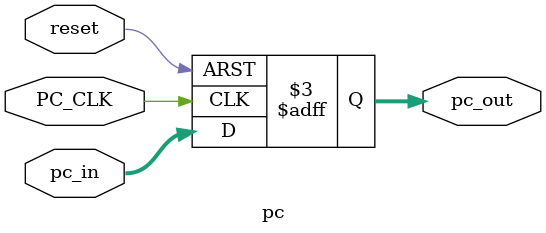
<source format=v>
module pc(
input PC_CLK,
input reset,
input [31:0] pc_in,
output reg [31:0] pc_out
    );
    
    always @(negedge PC_CLK or posedge reset)//ÉÏÉýÑØ or ÏÂ½µÑØ£¿
    begin
        if(reset==1'b1)
            pc_out<=32'h00400000;
        else
            pc_out<=pc_in;
    end

endmodule

</source>
